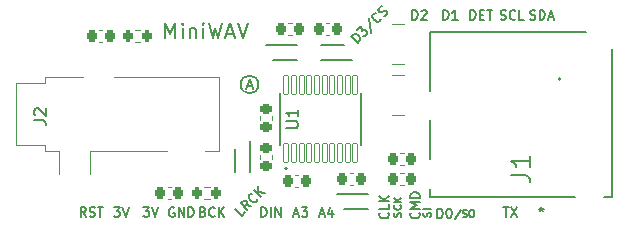
<source format=gto>
G04 #@! TF.GenerationSoftware,KiCad,Pcbnew,7.0.1*
G04 #@! TF.CreationDate,2023-08-17T16:00:53-05:00*
G04 #@! TF.ProjectId,MiniWAV,4d696e69-5741-4562-9e6b-696361645f70,A*
G04 #@! TF.SameCoordinates,Original*
G04 #@! TF.FileFunction,Legend,Top*
G04 #@! TF.FilePolarity,Positive*
%FSLAX46Y46*%
G04 Gerber Fmt 4.6, Leading zero omitted, Abs format (unit mm)*
G04 Created by KiCad (PCBNEW 7.0.1) date 2023-08-17 16:00:53*
%MOMM*%
%LPD*%
G01*
G04 APERTURE LIST*
G04 Aperture macros list*
%AMRoundRect*
0 Rectangle with rounded corners*
0 $1 Rounding radius*
0 $2 $3 $4 $5 $6 $7 $8 $9 X,Y pos of 4 corners*
0 Add a 4 corners polygon primitive as box body*
4,1,4,$2,$3,$4,$5,$6,$7,$8,$9,$2,$3,0*
0 Add four circle primitives for the rounded corners*
1,1,$1+$1,$2,$3*
1,1,$1+$1,$4,$5*
1,1,$1+$1,$6,$7*
1,1,$1+$1,$8,$9*
0 Add four rect primitives between the rounded corners*
20,1,$1+$1,$2,$3,$4,$5,0*
20,1,$1+$1,$4,$5,$6,$7,0*
20,1,$1+$1,$6,$7,$8,$9,0*
20,1,$1+$1,$8,$9,$2,$3,0*%
G04 Aperture macros list end*
%ADD10C,0.150000*%
%ADD11C,0.190500*%
%ADD12C,0.120000*%
%ADD13C,0.200000*%
%ADD14C,0.127000*%
%ADD15RoundRect,0.225000X0.225000X0.250000X-0.225000X0.250000X-0.225000X-0.250000X0.225000X-0.250000X0*%
%ADD16RoundRect,0.225000X-0.250000X0.225000X-0.250000X-0.225000X0.250000X-0.225000X0.250000X0.225000X0*%
%ADD17R,1.450000X0.950000*%
%ADD18RoundRect,0.020500X0.184500X-0.764500X0.184500X0.764500X-0.184500X0.764500X-0.184500X-0.764500X0*%
%ADD19RoundRect,0.200000X0.200000X0.275000X-0.200000X0.275000X-0.200000X-0.275000X0.200000X-0.275000X0*%
%ADD20R,2.000000X0.800000*%
%ADD21R,1.400000X1.800000*%
%ADD22R,1.900000X1.400000*%
%ADD23RoundRect,0.225000X0.250000X-0.225000X0.250000X0.225000X-0.250000X0.225000X-0.250000X-0.225000X0*%
%ADD24R,0.950000X1.450000*%
%ADD25C,1.700000*%
%ADD26R,2.200000X2.800000*%
%ADD27R,2.800000X2.800000*%
%ADD28R,0.800000X0.500000*%
%ADD29R,0.800000X0.400000*%
%ADD30C,2.286000*%
%ADD31O,1.700000X1.700000*%
%ADD32C,4.500000*%
G04 APERTURE END LIST*
D10*
X140150000Y-95805000D02*
G75*
G03*
X140150000Y-95805000I-750000J0D01*
G01*
X125547619Y-107007095D02*
X125280952Y-106626142D01*
X125090476Y-107007095D02*
X125090476Y-106207095D01*
X125090476Y-106207095D02*
X125395238Y-106207095D01*
X125395238Y-106207095D02*
X125471428Y-106245190D01*
X125471428Y-106245190D02*
X125509523Y-106283285D01*
X125509523Y-106283285D02*
X125547619Y-106359476D01*
X125547619Y-106359476D02*
X125547619Y-106473761D01*
X125547619Y-106473761D02*
X125509523Y-106549952D01*
X125509523Y-106549952D02*
X125471428Y-106588047D01*
X125471428Y-106588047D02*
X125395238Y-106626142D01*
X125395238Y-106626142D02*
X125090476Y-106626142D01*
X125852380Y-106969000D02*
X125966666Y-107007095D01*
X125966666Y-107007095D02*
X126157142Y-107007095D01*
X126157142Y-107007095D02*
X126233333Y-106969000D01*
X126233333Y-106969000D02*
X126271428Y-106930904D01*
X126271428Y-106930904D02*
X126309523Y-106854714D01*
X126309523Y-106854714D02*
X126309523Y-106778523D01*
X126309523Y-106778523D02*
X126271428Y-106702333D01*
X126271428Y-106702333D02*
X126233333Y-106664238D01*
X126233333Y-106664238D02*
X126157142Y-106626142D01*
X126157142Y-106626142D02*
X126004761Y-106588047D01*
X126004761Y-106588047D02*
X125928571Y-106549952D01*
X125928571Y-106549952D02*
X125890476Y-106511857D01*
X125890476Y-106511857D02*
X125852380Y-106435666D01*
X125852380Y-106435666D02*
X125852380Y-106359476D01*
X125852380Y-106359476D02*
X125890476Y-106283285D01*
X125890476Y-106283285D02*
X125928571Y-106245190D01*
X125928571Y-106245190D02*
X126004761Y-106207095D01*
X126004761Y-106207095D02*
X126195238Y-106207095D01*
X126195238Y-106207095D02*
X126309523Y-106245190D01*
X126538095Y-106207095D02*
X126995238Y-106207095D01*
X126766666Y-107007095D02*
X126766666Y-106207095D01*
X151125904Y-106657380D02*
X151164000Y-106695476D01*
X151164000Y-106695476D02*
X151202095Y-106809761D01*
X151202095Y-106809761D02*
X151202095Y-106885952D01*
X151202095Y-106885952D02*
X151164000Y-107000238D01*
X151164000Y-107000238D02*
X151087809Y-107076428D01*
X151087809Y-107076428D02*
X151011619Y-107114523D01*
X151011619Y-107114523D02*
X150859238Y-107152619D01*
X150859238Y-107152619D02*
X150744952Y-107152619D01*
X150744952Y-107152619D02*
X150592571Y-107114523D01*
X150592571Y-107114523D02*
X150516380Y-107076428D01*
X150516380Y-107076428D02*
X150440190Y-107000238D01*
X150440190Y-107000238D02*
X150402095Y-106885952D01*
X150402095Y-106885952D02*
X150402095Y-106809761D01*
X150402095Y-106809761D02*
X150440190Y-106695476D01*
X150440190Y-106695476D02*
X150478285Y-106657380D01*
X151202095Y-105933571D02*
X151202095Y-106314523D01*
X151202095Y-106314523D02*
X150402095Y-106314523D01*
X151202095Y-105666904D02*
X150402095Y-105666904D01*
X151202095Y-105209761D02*
X150744952Y-105552619D01*
X150402095Y-105209761D02*
X150859238Y-105666904D01*
X127914285Y-106207095D02*
X128409523Y-106207095D01*
X128409523Y-106207095D02*
X128142857Y-106511857D01*
X128142857Y-106511857D02*
X128257142Y-106511857D01*
X128257142Y-106511857D02*
X128333333Y-106549952D01*
X128333333Y-106549952D02*
X128371428Y-106588047D01*
X128371428Y-106588047D02*
X128409523Y-106664238D01*
X128409523Y-106664238D02*
X128409523Y-106854714D01*
X128409523Y-106854714D02*
X128371428Y-106930904D01*
X128371428Y-106930904D02*
X128333333Y-106969000D01*
X128333333Y-106969000D02*
X128257142Y-107007095D01*
X128257142Y-107007095D02*
X128028571Y-107007095D01*
X128028571Y-107007095D02*
X127952380Y-106969000D01*
X127952380Y-106969000D02*
X127914285Y-106930904D01*
X128638095Y-106207095D02*
X128904762Y-107007095D01*
X128904762Y-107007095D02*
X129171428Y-106207095D01*
X140390476Y-107007095D02*
X140390476Y-106207095D01*
X140390476Y-106207095D02*
X140580952Y-106207095D01*
X140580952Y-106207095D02*
X140695238Y-106245190D01*
X140695238Y-106245190D02*
X140771428Y-106321380D01*
X140771428Y-106321380D02*
X140809523Y-106397571D01*
X140809523Y-106397571D02*
X140847619Y-106549952D01*
X140847619Y-106549952D02*
X140847619Y-106664238D01*
X140847619Y-106664238D02*
X140809523Y-106816619D01*
X140809523Y-106816619D02*
X140771428Y-106892809D01*
X140771428Y-106892809D02*
X140695238Y-106969000D01*
X140695238Y-106969000D02*
X140580952Y-107007095D01*
X140580952Y-107007095D02*
X140390476Y-107007095D01*
X141190476Y-107007095D02*
X141190476Y-106207095D01*
X141571428Y-107007095D02*
X141571428Y-106207095D01*
X141571428Y-106207095D02*
X142028571Y-107007095D01*
X142028571Y-107007095D02*
X142028571Y-106207095D01*
D11*
X132283094Y-91892526D02*
X132283094Y-90622526D01*
X132283094Y-90622526D02*
X132706428Y-91529669D01*
X132706428Y-91529669D02*
X133129761Y-90622526D01*
X133129761Y-90622526D02*
X133129761Y-91892526D01*
X133734523Y-91892526D02*
X133734523Y-91045859D01*
X133734523Y-90622526D02*
X133674047Y-90683002D01*
X133674047Y-90683002D02*
X133734523Y-90743478D01*
X133734523Y-90743478D02*
X133795000Y-90683002D01*
X133795000Y-90683002D02*
X133734523Y-90622526D01*
X133734523Y-90622526D02*
X133734523Y-90743478D01*
X134339285Y-91045859D02*
X134339285Y-91892526D01*
X134339285Y-91166811D02*
X134399762Y-91106335D01*
X134399762Y-91106335D02*
X134520714Y-91045859D01*
X134520714Y-91045859D02*
X134702143Y-91045859D01*
X134702143Y-91045859D02*
X134823095Y-91106335D01*
X134823095Y-91106335D02*
X134883571Y-91227288D01*
X134883571Y-91227288D02*
X134883571Y-91892526D01*
X135488333Y-91892526D02*
X135488333Y-91045859D01*
X135488333Y-90622526D02*
X135427857Y-90683002D01*
X135427857Y-90683002D02*
X135488333Y-90743478D01*
X135488333Y-90743478D02*
X135548810Y-90683002D01*
X135548810Y-90683002D02*
X135488333Y-90622526D01*
X135488333Y-90622526D02*
X135488333Y-90743478D01*
X135972143Y-90622526D02*
X136274524Y-91892526D01*
X136274524Y-91892526D02*
X136516429Y-90985383D01*
X136516429Y-90985383D02*
X136758334Y-91892526D01*
X136758334Y-91892526D02*
X137060715Y-90622526D01*
X137484048Y-91529669D02*
X138088810Y-91529669D01*
X137363096Y-91892526D02*
X137786429Y-90622526D01*
X137786429Y-90622526D02*
X138209763Y-91892526D01*
X138451667Y-90622526D02*
X138875000Y-91892526D01*
X138875000Y-91892526D02*
X139298334Y-90622526D01*
D10*
X153725904Y-106657380D02*
X153764000Y-106695476D01*
X153764000Y-106695476D02*
X153802095Y-106809761D01*
X153802095Y-106809761D02*
X153802095Y-106885952D01*
X153802095Y-106885952D02*
X153764000Y-107000238D01*
X153764000Y-107000238D02*
X153687809Y-107076428D01*
X153687809Y-107076428D02*
X153611619Y-107114523D01*
X153611619Y-107114523D02*
X153459238Y-107152619D01*
X153459238Y-107152619D02*
X153344952Y-107152619D01*
X153344952Y-107152619D02*
X153192571Y-107114523D01*
X153192571Y-107114523D02*
X153116380Y-107076428D01*
X153116380Y-107076428D02*
X153040190Y-107000238D01*
X153040190Y-107000238D02*
X153002095Y-106885952D01*
X153002095Y-106885952D02*
X153002095Y-106809761D01*
X153002095Y-106809761D02*
X153040190Y-106695476D01*
X153040190Y-106695476D02*
X153078285Y-106657380D01*
X153802095Y-106314523D02*
X153002095Y-106314523D01*
X153002095Y-106314523D02*
X153573523Y-106047857D01*
X153573523Y-106047857D02*
X153002095Y-105781190D01*
X153002095Y-105781190D02*
X153802095Y-105781190D01*
X153802095Y-105400237D02*
X153002095Y-105400237D01*
X153002095Y-105400237D02*
X153002095Y-105209761D01*
X153002095Y-105209761D02*
X153040190Y-105095475D01*
X153040190Y-105095475D02*
X153116380Y-105019285D01*
X153116380Y-105019285D02*
X153192571Y-104981190D01*
X153192571Y-104981190D02*
X153344952Y-104943094D01*
X153344952Y-104943094D02*
X153459238Y-104943094D01*
X153459238Y-104943094D02*
X153611619Y-104981190D01*
X153611619Y-104981190D02*
X153687809Y-105019285D01*
X153687809Y-105019285D02*
X153764000Y-105095475D01*
X153764000Y-105095475D02*
X153802095Y-105209761D01*
X153802095Y-105209761D02*
X153802095Y-105400237D01*
X164104761Y-106207095D02*
X164104761Y-106397571D01*
X163914285Y-106321380D02*
X164104761Y-106397571D01*
X164104761Y-106397571D02*
X164295238Y-106321380D01*
X163990476Y-106549952D02*
X164104761Y-106397571D01*
X164104761Y-106397571D02*
X164219047Y-106549952D01*
X139209523Y-95946523D02*
X139590476Y-95946523D01*
X139133333Y-96175095D02*
X139400000Y-95375095D01*
X139400000Y-95375095D02*
X139666666Y-96175095D01*
X135457142Y-106588047D02*
X135571428Y-106626142D01*
X135571428Y-106626142D02*
X135609523Y-106664238D01*
X135609523Y-106664238D02*
X135647619Y-106740428D01*
X135647619Y-106740428D02*
X135647619Y-106854714D01*
X135647619Y-106854714D02*
X135609523Y-106930904D01*
X135609523Y-106930904D02*
X135571428Y-106969000D01*
X135571428Y-106969000D02*
X135495238Y-107007095D01*
X135495238Y-107007095D02*
X135190476Y-107007095D01*
X135190476Y-107007095D02*
X135190476Y-106207095D01*
X135190476Y-106207095D02*
X135457142Y-106207095D01*
X135457142Y-106207095D02*
X135533333Y-106245190D01*
X135533333Y-106245190D02*
X135571428Y-106283285D01*
X135571428Y-106283285D02*
X135609523Y-106359476D01*
X135609523Y-106359476D02*
X135609523Y-106435666D01*
X135609523Y-106435666D02*
X135571428Y-106511857D01*
X135571428Y-106511857D02*
X135533333Y-106549952D01*
X135533333Y-106549952D02*
X135457142Y-106588047D01*
X135457142Y-106588047D02*
X135190476Y-106588047D01*
X136447619Y-106930904D02*
X136409523Y-106969000D01*
X136409523Y-106969000D02*
X136295238Y-107007095D01*
X136295238Y-107007095D02*
X136219047Y-107007095D01*
X136219047Y-107007095D02*
X136104761Y-106969000D01*
X136104761Y-106969000D02*
X136028571Y-106892809D01*
X136028571Y-106892809D02*
X135990476Y-106816619D01*
X135990476Y-106816619D02*
X135952380Y-106664238D01*
X135952380Y-106664238D02*
X135952380Y-106549952D01*
X135952380Y-106549952D02*
X135990476Y-106397571D01*
X135990476Y-106397571D02*
X136028571Y-106321380D01*
X136028571Y-106321380D02*
X136104761Y-106245190D01*
X136104761Y-106245190D02*
X136219047Y-106207095D01*
X136219047Y-106207095D02*
X136295238Y-106207095D01*
X136295238Y-106207095D02*
X136409523Y-106245190D01*
X136409523Y-106245190D02*
X136447619Y-106283285D01*
X136790476Y-107007095D02*
X136790476Y-106207095D01*
X137247619Y-107007095D02*
X136904761Y-106549952D01*
X137247619Y-106207095D02*
X136790476Y-106664238D01*
X163152380Y-90269000D02*
X163266666Y-90307095D01*
X163266666Y-90307095D02*
X163457142Y-90307095D01*
X163457142Y-90307095D02*
X163533333Y-90269000D01*
X163533333Y-90269000D02*
X163571428Y-90230904D01*
X163571428Y-90230904D02*
X163609523Y-90154714D01*
X163609523Y-90154714D02*
X163609523Y-90078523D01*
X163609523Y-90078523D02*
X163571428Y-90002333D01*
X163571428Y-90002333D02*
X163533333Y-89964238D01*
X163533333Y-89964238D02*
X163457142Y-89926142D01*
X163457142Y-89926142D02*
X163304761Y-89888047D01*
X163304761Y-89888047D02*
X163228571Y-89849952D01*
X163228571Y-89849952D02*
X163190476Y-89811857D01*
X163190476Y-89811857D02*
X163152380Y-89735666D01*
X163152380Y-89735666D02*
X163152380Y-89659476D01*
X163152380Y-89659476D02*
X163190476Y-89583285D01*
X163190476Y-89583285D02*
X163228571Y-89545190D01*
X163228571Y-89545190D02*
X163304761Y-89507095D01*
X163304761Y-89507095D02*
X163495238Y-89507095D01*
X163495238Y-89507095D02*
X163609523Y-89545190D01*
X163952381Y-90307095D02*
X163952381Y-89507095D01*
X163952381Y-89507095D02*
X164142857Y-89507095D01*
X164142857Y-89507095D02*
X164257143Y-89545190D01*
X164257143Y-89545190D02*
X164333333Y-89621380D01*
X164333333Y-89621380D02*
X164371428Y-89697571D01*
X164371428Y-89697571D02*
X164409524Y-89849952D01*
X164409524Y-89849952D02*
X164409524Y-89964238D01*
X164409524Y-89964238D02*
X164371428Y-90116619D01*
X164371428Y-90116619D02*
X164333333Y-90192809D01*
X164333333Y-90192809D02*
X164257143Y-90269000D01*
X164257143Y-90269000D02*
X164142857Y-90307095D01*
X164142857Y-90307095D02*
X163952381Y-90307095D01*
X164714285Y-90078523D02*
X165095238Y-90078523D01*
X164638095Y-90307095D02*
X164904762Y-89507095D01*
X164904762Y-89507095D02*
X165171428Y-90307095D01*
X133009523Y-106245190D02*
X132933333Y-106207095D01*
X132933333Y-106207095D02*
X132819047Y-106207095D01*
X132819047Y-106207095D02*
X132704761Y-106245190D01*
X132704761Y-106245190D02*
X132628571Y-106321380D01*
X132628571Y-106321380D02*
X132590476Y-106397571D01*
X132590476Y-106397571D02*
X132552380Y-106549952D01*
X132552380Y-106549952D02*
X132552380Y-106664238D01*
X132552380Y-106664238D02*
X132590476Y-106816619D01*
X132590476Y-106816619D02*
X132628571Y-106892809D01*
X132628571Y-106892809D02*
X132704761Y-106969000D01*
X132704761Y-106969000D02*
X132819047Y-107007095D01*
X132819047Y-107007095D02*
X132895238Y-107007095D01*
X132895238Y-107007095D02*
X133009523Y-106969000D01*
X133009523Y-106969000D02*
X133047619Y-106930904D01*
X133047619Y-106930904D02*
X133047619Y-106664238D01*
X133047619Y-106664238D02*
X132895238Y-106664238D01*
X133390476Y-107007095D02*
X133390476Y-106207095D01*
X133390476Y-106207095D02*
X133847619Y-107007095D01*
X133847619Y-107007095D02*
X133847619Y-106207095D01*
X134228571Y-107007095D02*
X134228571Y-106207095D01*
X134228571Y-106207095D02*
X134419047Y-106207095D01*
X134419047Y-106207095D02*
X134533333Y-106245190D01*
X134533333Y-106245190D02*
X134609523Y-106321380D01*
X134609523Y-106321380D02*
X134647618Y-106397571D01*
X134647618Y-106397571D02*
X134685714Y-106549952D01*
X134685714Y-106549952D02*
X134685714Y-106664238D01*
X134685714Y-106664238D02*
X134647618Y-106816619D01*
X134647618Y-106816619D02*
X134609523Y-106892809D01*
X134609523Y-106892809D02*
X134533333Y-106969000D01*
X134533333Y-106969000D02*
X134419047Y-107007095D01*
X134419047Y-107007095D02*
X134228571Y-107007095D01*
X158090476Y-90307095D02*
X158090476Y-89507095D01*
X158090476Y-89507095D02*
X158280952Y-89507095D01*
X158280952Y-89507095D02*
X158395238Y-89545190D01*
X158395238Y-89545190D02*
X158471428Y-89621380D01*
X158471428Y-89621380D02*
X158509523Y-89697571D01*
X158509523Y-89697571D02*
X158547619Y-89849952D01*
X158547619Y-89849952D02*
X158547619Y-89964238D01*
X158547619Y-89964238D02*
X158509523Y-90116619D01*
X158509523Y-90116619D02*
X158471428Y-90192809D01*
X158471428Y-90192809D02*
X158395238Y-90269000D01*
X158395238Y-90269000D02*
X158280952Y-90307095D01*
X158280952Y-90307095D02*
X158090476Y-90307095D01*
X158890476Y-89888047D02*
X159157142Y-89888047D01*
X159271428Y-90307095D02*
X158890476Y-90307095D01*
X158890476Y-90307095D02*
X158890476Y-89507095D01*
X158890476Y-89507095D02*
X159271428Y-89507095D01*
X159500000Y-89507095D02*
X159957143Y-89507095D01*
X159728571Y-90307095D02*
X159728571Y-89507095D01*
X155790476Y-90307095D02*
X155790476Y-89507095D01*
X155790476Y-89507095D02*
X155980952Y-89507095D01*
X155980952Y-89507095D02*
X156095238Y-89545190D01*
X156095238Y-89545190D02*
X156171428Y-89621380D01*
X156171428Y-89621380D02*
X156209523Y-89697571D01*
X156209523Y-89697571D02*
X156247619Y-89849952D01*
X156247619Y-89849952D02*
X156247619Y-89964238D01*
X156247619Y-89964238D02*
X156209523Y-90116619D01*
X156209523Y-90116619D02*
X156171428Y-90192809D01*
X156171428Y-90192809D02*
X156095238Y-90269000D01*
X156095238Y-90269000D02*
X155980952Y-90307095D01*
X155980952Y-90307095D02*
X155790476Y-90307095D01*
X157009523Y-90307095D02*
X156552380Y-90307095D01*
X156780952Y-90307095D02*
X156780952Y-89507095D01*
X156780952Y-89507095D02*
X156704761Y-89621380D01*
X156704761Y-89621380D02*
X156628571Y-89697571D01*
X156628571Y-89697571D02*
X156552380Y-89735666D01*
X130414285Y-106207095D02*
X130909523Y-106207095D01*
X130909523Y-106207095D02*
X130642857Y-106511857D01*
X130642857Y-106511857D02*
X130757142Y-106511857D01*
X130757142Y-106511857D02*
X130833333Y-106549952D01*
X130833333Y-106549952D02*
X130871428Y-106588047D01*
X130871428Y-106588047D02*
X130909523Y-106664238D01*
X130909523Y-106664238D02*
X130909523Y-106854714D01*
X130909523Y-106854714D02*
X130871428Y-106930904D01*
X130871428Y-106930904D02*
X130833333Y-106969000D01*
X130833333Y-106969000D02*
X130757142Y-107007095D01*
X130757142Y-107007095D02*
X130528571Y-107007095D01*
X130528571Y-107007095D02*
X130452380Y-106969000D01*
X130452380Y-106969000D02*
X130414285Y-106930904D01*
X131138095Y-106207095D02*
X131404762Y-107007095D01*
X131404762Y-107007095D02*
X131671428Y-106207095D01*
X155290476Y-107107095D02*
X155290476Y-106307095D01*
X155290476Y-106307095D02*
X155480952Y-106307095D01*
X155480952Y-106307095D02*
X155595238Y-106345190D01*
X155595238Y-106345190D02*
X155671428Y-106421380D01*
X155671428Y-106421380D02*
X155709523Y-106497571D01*
X155709523Y-106497571D02*
X155747619Y-106649952D01*
X155747619Y-106649952D02*
X155747619Y-106764238D01*
X155747619Y-106764238D02*
X155709523Y-106916619D01*
X155709523Y-106916619D02*
X155671428Y-106992809D01*
X155671428Y-106992809D02*
X155595238Y-107069000D01*
X155595238Y-107069000D02*
X155480952Y-107107095D01*
X155480952Y-107107095D02*
X155290476Y-107107095D01*
X156242857Y-106307095D02*
X156319047Y-106307095D01*
X156319047Y-106307095D02*
X156395238Y-106345190D01*
X156395238Y-106345190D02*
X156433333Y-106383285D01*
X156433333Y-106383285D02*
X156471428Y-106459476D01*
X156471428Y-106459476D02*
X156509523Y-106611857D01*
X156509523Y-106611857D02*
X156509523Y-106802333D01*
X156509523Y-106802333D02*
X156471428Y-106954714D01*
X156471428Y-106954714D02*
X156433333Y-107030904D01*
X156433333Y-107030904D02*
X156395238Y-107069000D01*
X156395238Y-107069000D02*
X156319047Y-107107095D01*
X156319047Y-107107095D02*
X156242857Y-107107095D01*
X156242857Y-107107095D02*
X156166666Y-107069000D01*
X156166666Y-107069000D02*
X156128571Y-107030904D01*
X156128571Y-107030904D02*
X156090476Y-106954714D01*
X156090476Y-106954714D02*
X156052380Y-106802333D01*
X156052380Y-106802333D02*
X156052380Y-106611857D01*
X156052380Y-106611857D02*
X156090476Y-106459476D01*
X156090476Y-106459476D02*
X156128571Y-106383285D01*
X156128571Y-106383285D02*
X156166666Y-106345190D01*
X156166666Y-106345190D02*
X156242857Y-106307095D01*
X152198000Y-106990714D02*
X152226571Y-106905000D01*
X152226571Y-106905000D02*
X152226571Y-106762142D01*
X152226571Y-106762142D02*
X152198000Y-106705000D01*
X152198000Y-106705000D02*
X152169428Y-106676428D01*
X152169428Y-106676428D02*
X152112285Y-106647857D01*
X152112285Y-106647857D02*
X152055142Y-106647857D01*
X152055142Y-106647857D02*
X151998000Y-106676428D01*
X151998000Y-106676428D02*
X151969428Y-106705000D01*
X151969428Y-106705000D02*
X151940857Y-106762142D01*
X151940857Y-106762142D02*
X151912285Y-106876428D01*
X151912285Y-106876428D02*
X151883714Y-106933571D01*
X151883714Y-106933571D02*
X151855142Y-106962142D01*
X151855142Y-106962142D02*
X151798000Y-106990714D01*
X151798000Y-106990714D02*
X151740857Y-106990714D01*
X151740857Y-106990714D02*
X151683714Y-106962142D01*
X151683714Y-106962142D02*
X151655142Y-106933571D01*
X151655142Y-106933571D02*
X151626571Y-106876428D01*
X151626571Y-106876428D02*
X151626571Y-106733571D01*
X151626571Y-106733571D02*
X151655142Y-106647857D01*
X152169428Y-106047856D02*
X152198000Y-106076428D01*
X152198000Y-106076428D02*
X152226571Y-106162142D01*
X152226571Y-106162142D02*
X152226571Y-106219285D01*
X152226571Y-106219285D02*
X152198000Y-106304999D01*
X152198000Y-106304999D02*
X152140857Y-106362142D01*
X152140857Y-106362142D02*
X152083714Y-106390713D01*
X152083714Y-106390713D02*
X151969428Y-106419285D01*
X151969428Y-106419285D02*
X151883714Y-106419285D01*
X151883714Y-106419285D02*
X151769428Y-106390713D01*
X151769428Y-106390713D02*
X151712285Y-106362142D01*
X151712285Y-106362142D02*
X151655142Y-106304999D01*
X151655142Y-106304999D02*
X151626571Y-106219285D01*
X151626571Y-106219285D02*
X151626571Y-106162142D01*
X151626571Y-106162142D02*
X151655142Y-106076428D01*
X151655142Y-106076428D02*
X151683714Y-106047856D01*
X152226571Y-105790713D02*
X151626571Y-105790713D01*
X152226571Y-105447856D02*
X151883714Y-105704999D01*
X151626571Y-105447856D02*
X151969428Y-105790713D01*
X154698000Y-106990714D02*
X154726571Y-106905000D01*
X154726571Y-106905000D02*
X154726571Y-106762142D01*
X154726571Y-106762142D02*
X154698000Y-106705000D01*
X154698000Y-106705000D02*
X154669428Y-106676428D01*
X154669428Y-106676428D02*
X154612285Y-106647857D01*
X154612285Y-106647857D02*
X154555142Y-106647857D01*
X154555142Y-106647857D02*
X154498000Y-106676428D01*
X154498000Y-106676428D02*
X154469428Y-106705000D01*
X154469428Y-106705000D02*
X154440857Y-106762142D01*
X154440857Y-106762142D02*
X154412285Y-106876428D01*
X154412285Y-106876428D02*
X154383714Y-106933571D01*
X154383714Y-106933571D02*
X154355142Y-106962142D01*
X154355142Y-106962142D02*
X154298000Y-106990714D01*
X154298000Y-106990714D02*
X154240857Y-106990714D01*
X154240857Y-106990714D02*
X154183714Y-106962142D01*
X154183714Y-106962142D02*
X154155142Y-106933571D01*
X154155142Y-106933571D02*
X154126571Y-106876428D01*
X154126571Y-106876428D02*
X154126571Y-106733571D01*
X154126571Y-106733571D02*
X154155142Y-106647857D01*
X154726571Y-106390713D02*
X154126571Y-106390713D01*
X160652380Y-90269000D02*
X160766666Y-90307095D01*
X160766666Y-90307095D02*
X160957142Y-90307095D01*
X160957142Y-90307095D02*
X161033333Y-90269000D01*
X161033333Y-90269000D02*
X161071428Y-90230904D01*
X161071428Y-90230904D02*
X161109523Y-90154714D01*
X161109523Y-90154714D02*
X161109523Y-90078523D01*
X161109523Y-90078523D02*
X161071428Y-90002333D01*
X161071428Y-90002333D02*
X161033333Y-89964238D01*
X161033333Y-89964238D02*
X160957142Y-89926142D01*
X160957142Y-89926142D02*
X160804761Y-89888047D01*
X160804761Y-89888047D02*
X160728571Y-89849952D01*
X160728571Y-89849952D02*
X160690476Y-89811857D01*
X160690476Y-89811857D02*
X160652380Y-89735666D01*
X160652380Y-89735666D02*
X160652380Y-89659476D01*
X160652380Y-89659476D02*
X160690476Y-89583285D01*
X160690476Y-89583285D02*
X160728571Y-89545190D01*
X160728571Y-89545190D02*
X160804761Y-89507095D01*
X160804761Y-89507095D02*
X160995238Y-89507095D01*
X160995238Y-89507095D02*
X161109523Y-89545190D01*
X161909524Y-90230904D02*
X161871428Y-90269000D01*
X161871428Y-90269000D02*
X161757143Y-90307095D01*
X161757143Y-90307095D02*
X161680952Y-90307095D01*
X161680952Y-90307095D02*
X161566666Y-90269000D01*
X161566666Y-90269000D02*
X161490476Y-90192809D01*
X161490476Y-90192809D02*
X161452381Y-90116619D01*
X161452381Y-90116619D02*
X161414285Y-89964238D01*
X161414285Y-89964238D02*
X161414285Y-89849952D01*
X161414285Y-89849952D02*
X161452381Y-89697571D01*
X161452381Y-89697571D02*
X161490476Y-89621380D01*
X161490476Y-89621380D02*
X161566666Y-89545190D01*
X161566666Y-89545190D02*
X161680952Y-89507095D01*
X161680952Y-89507095D02*
X161757143Y-89507095D01*
X161757143Y-89507095D02*
X161871428Y-89545190D01*
X161871428Y-89545190D02*
X161909524Y-89583285D01*
X162633333Y-90307095D02*
X162252381Y-90307095D01*
X162252381Y-90307095D02*
X162252381Y-89507095D01*
X160876190Y-106207095D02*
X161333333Y-106207095D01*
X161104761Y-107007095D02*
X161104761Y-106207095D01*
X161523809Y-106207095D02*
X162057143Y-107007095D01*
X162057143Y-106207095D02*
X161523809Y-107007095D01*
X157271428Y-106403000D02*
X156757142Y-107174428D01*
X157442856Y-107003000D02*
X157528571Y-107031571D01*
X157528571Y-107031571D02*
X157671428Y-107031571D01*
X157671428Y-107031571D02*
X157728571Y-107003000D01*
X157728571Y-107003000D02*
X157757142Y-106974428D01*
X157757142Y-106974428D02*
X157785713Y-106917285D01*
X157785713Y-106917285D02*
X157785713Y-106860142D01*
X157785713Y-106860142D02*
X157757142Y-106803000D01*
X157757142Y-106803000D02*
X157728571Y-106774428D01*
X157728571Y-106774428D02*
X157671428Y-106745857D01*
X157671428Y-106745857D02*
X157557142Y-106717285D01*
X157557142Y-106717285D02*
X157499999Y-106688714D01*
X157499999Y-106688714D02*
X157471428Y-106660142D01*
X157471428Y-106660142D02*
X157442856Y-106603000D01*
X157442856Y-106603000D02*
X157442856Y-106545857D01*
X157442856Y-106545857D02*
X157471428Y-106488714D01*
X157471428Y-106488714D02*
X157499999Y-106460142D01*
X157499999Y-106460142D02*
X157557142Y-106431571D01*
X157557142Y-106431571D02*
X157699999Y-106431571D01*
X157699999Y-106431571D02*
X157785713Y-106460142D01*
X158157142Y-106431571D02*
X158271428Y-106431571D01*
X158271428Y-106431571D02*
X158328571Y-106460142D01*
X158328571Y-106460142D02*
X158385714Y-106517285D01*
X158385714Y-106517285D02*
X158414285Y-106631571D01*
X158414285Y-106631571D02*
X158414285Y-106831571D01*
X158414285Y-106831571D02*
X158385714Y-106945857D01*
X158385714Y-106945857D02*
X158328571Y-107003000D01*
X158328571Y-107003000D02*
X158271428Y-107031571D01*
X158271428Y-107031571D02*
X158157142Y-107031571D01*
X158157142Y-107031571D02*
X158100000Y-107003000D01*
X158100000Y-107003000D02*
X158042857Y-106945857D01*
X158042857Y-106945857D02*
X158014285Y-106831571D01*
X158014285Y-106831571D02*
X158014285Y-106631571D01*
X158014285Y-106631571D02*
X158042857Y-106517285D01*
X158042857Y-106517285D02*
X158100000Y-106460142D01*
X158100000Y-106460142D02*
X158157142Y-106431571D01*
X145352380Y-106778523D02*
X145733333Y-106778523D01*
X145276190Y-107007095D02*
X145542857Y-106207095D01*
X145542857Y-106207095D02*
X145809523Y-107007095D01*
X146419047Y-106473761D02*
X146419047Y-107007095D01*
X146228571Y-106169000D02*
X146038094Y-106740428D01*
X146038094Y-106740428D02*
X146533333Y-106740428D01*
X148565457Y-92301083D02*
X147999772Y-91735398D01*
X147999772Y-91735398D02*
X148134459Y-91600711D01*
X148134459Y-91600711D02*
X148242209Y-91546836D01*
X148242209Y-91546836D02*
X148349958Y-91546836D01*
X148349958Y-91546836D02*
X148430770Y-91573774D01*
X148430770Y-91573774D02*
X148565457Y-91654586D01*
X148565457Y-91654586D02*
X148646270Y-91735398D01*
X148646270Y-91735398D02*
X148727082Y-91870085D01*
X148727082Y-91870085D02*
X148754019Y-91950897D01*
X148754019Y-91950897D02*
X148754019Y-92058647D01*
X148754019Y-92058647D02*
X148700144Y-92166396D01*
X148700144Y-92166396D02*
X148565457Y-92301083D01*
X148511583Y-91223587D02*
X148861769Y-90873401D01*
X148861769Y-90873401D02*
X148888706Y-91277462D01*
X148888706Y-91277462D02*
X148969518Y-91196650D01*
X148969518Y-91196650D02*
X149050331Y-91169713D01*
X149050331Y-91169713D02*
X149104205Y-91169713D01*
X149104205Y-91169713D02*
X149185018Y-91196650D01*
X149185018Y-91196650D02*
X149319705Y-91331337D01*
X149319705Y-91331337D02*
X149346642Y-91412149D01*
X149346642Y-91412149D02*
X149346642Y-91466024D01*
X149346642Y-91466024D02*
X149319705Y-91546836D01*
X149319705Y-91546836D02*
X149158080Y-91708461D01*
X149158080Y-91708461D02*
X149077268Y-91735398D01*
X149077268Y-91735398D02*
X149023393Y-91735398D01*
X149481329Y-90199966D02*
X149723766Y-91412149D01*
X150531888Y-90226903D02*
X150531888Y-90280778D01*
X150531888Y-90280778D02*
X150478013Y-90388528D01*
X150478013Y-90388528D02*
X150424138Y-90442403D01*
X150424138Y-90442403D02*
X150316388Y-90496277D01*
X150316388Y-90496277D02*
X150208639Y-90496277D01*
X150208639Y-90496277D02*
X150127827Y-90469340D01*
X150127827Y-90469340D02*
X149993140Y-90388528D01*
X149993140Y-90388528D02*
X149912327Y-90307716D01*
X149912327Y-90307716D02*
X149831515Y-90173029D01*
X149831515Y-90173029D02*
X149804578Y-90092216D01*
X149804578Y-90092216D02*
X149804578Y-89984467D01*
X149804578Y-89984467D02*
X149858453Y-89876717D01*
X149858453Y-89876717D02*
X149912327Y-89822842D01*
X149912327Y-89822842D02*
X150020077Y-89768968D01*
X150020077Y-89768968D02*
X150073952Y-89768968D01*
X150774324Y-90038342D02*
X150882074Y-89984467D01*
X150882074Y-89984467D02*
X151016761Y-89849780D01*
X151016761Y-89849780D02*
X151043698Y-89768968D01*
X151043698Y-89768968D02*
X151043698Y-89715093D01*
X151043698Y-89715093D02*
X151016761Y-89634281D01*
X151016761Y-89634281D02*
X150962886Y-89580406D01*
X150962886Y-89580406D02*
X150882074Y-89553468D01*
X150882074Y-89553468D02*
X150828199Y-89553468D01*
X150828199Y-89553468D02*
X150747387Y-89580406D01*
X150747387Y-89580406D02*
X150612700Y-89661218D01*
X150612700Y-89661218D02*
X150531888Y-89688155D01*
X150531888Y-89688155D02*
X150478013Y-89688155D01*
X150478013Y-89688155D02*
X150397201Y-89661218D01*
X150397201Y-89661218D02*
X150343326Y-89607343D01*
X150343326Y-89607343D02*
X150316388Y-89526531D01*
X150316388Y-89526531D02*
X150316388Y-89472656D01*
X150316388Y-89472656D02*
X150343326Y-89391844D01*
X150343326Y-89391844D02*
X150478013Y-89257157D01*
X150478013Y-89257157D02*
X150585762Y-89203282D01*
X153190476Y-90307095D02*
X153190476Y-89507095D01*
X153190476Y-89507095D02*
X153380952Y-89507095D01*
X153380952Y-89507095D02*
X153495238Y-89545190D01*
X153495238Y-89545190D02*
X153571428Y-89621380D01*
X153571428Y-89621380D02*
X153609523Y-89697571D01*
X153609523Y-89697571D02*
X153647619Y-89849952D01*
X153647619Y-89849952D02*
X153647619Y-89964238D01*
X153647619Y-89964238D02*
X153609523Y-90116619D01*
X153609523Y-90116619D02*
X153571428Y-90192809D01*
X153571428Y-90192809D02*
X153495238Y-90269000D01*
X153495238Y-90269000D02*
X153380952Y-90307095D01*
X153380952Y-90307095D02*
X153190476Y-90307095D01*
X153952380Y-89583285D02*
X153990476Y-89545190D01*
X153990476Y-89545190D02*
X154066666Y-89507095D01*
X154066666Y-89507095D02*
X154257142Y-89507095D01*
X154257142Y-89507095D02*
X154333333Y-89545190D01*
X154333333Y-89545190D02*
X154371428Y-89583285D01*
X154371428Y-89583285D02*
X154409523Y-89659476D01*
X154409523Y-89659476D02*
X154409523Y-89735666D01*
X154409523Y-89735666D02*
X154371428Y-89849952D01*
X154371428Y-89849952D02*
X153914285Y-90307095D01*
X153914285Y-90307095D02*
X154409523Y-90307095D01*
X139034831Y-106631709D02*
X138765457Y-106901083D01*
X138765457Y-106901083D02*
X138199772Y-106335398D01*
X139546642Y-106119899D02*
X139088706Y-106039087D01*
X139223393Y-106443148D02*
X138657708Y-105877462D01*
X138657708Y-105877462D02*
X138873207Y-105661963D01*
X138873207Y-105661963D02*
X138954019Y-105635026D01*
X138954019Y-105635026D02*
X139007894Y-105635026D01*
X139007894Y-105635026D02*
X139088706Y-105661963D01*
X139088706Y-105661963D02*
X139169518Y-105742775D01*
X139169518Y-105742775D02*
X139196456Y-105823587D01*
X139196456Y-105823587D02*
X139196456Y-105877462D01*
X139196456Y-105877462D02*
X139169518Y-105958274D01*
X139169518Y-105958274D02*
X138954019Y-106173774D01*
X140058453Y-105500339D02*
X140058453Y-105554213D01*
X140058453Y-105554213D02*
X140004578Y-105661963D01*
X140004578Y-105661963D02*
X139950703Y-105715838D01*
X139950703Y-105715838D02*
X139842953Y-105769713D01*
X139842953Y-105769713D02*
X139735204Y-105769713D01*
X139735204Y-105769713D02*
X139654392Y-105742775D01*
X139654392Y-105742775D02*
X139519705Y-105661963D01*
X139519705Y-105661963D02*
X139438892Y-105581151D01*
X139438892Y-105581151D02*
X139358080Y-105446464D01*
X139358080Y-105446464D02*
X139331143Y-105365652D01*
X139331143Y-105365652D02*
X139331143Y-105257902D01*
X139331143Y-105257902D02*
X139385018Y-105150152D01*
X139385018Y-105150152D02*
X139438892Y-105096278D01*
X139438892Y-105096278D02*
X139546642Y-105042403D01*
X139546642Y-105042403D02*
X139600517Y-105042403D01*
X140354764Y-105311777D02*
X139789079Y-104746091D01*
X140678013Y-104988528D02*
X140112327Y-104907716D01*
X140112327Y-104422842D02*
X140112327Y-105069340D01*
X143152380Y-106778523D02*
X143533333Y-106778523D01*
X143076190Y-107007095D02*
X143342857Y-106207095D01*
X143342857Y-106207095D02*
X143609523Y-107007095D01*
X143799999Y-106207095D02*
X144295237Y-106207095D01*
X144295237Y-106207095D02*
X144028571Y-106511857D01*
X144028571Y-106511857D02*
X144142856Y-106511857D01*
X144142856Y-106511857D02*
X144219047Y-106549952D01*
X144219047Y-106549952D02*
X144257142Y-106588047D01*
X144257142Y-106588047D02*
X144295237Y-106664238D01*
X144295237Y-106664238D02*
X144295237Y-106854714D01*
X144295237Y-106854714D02*
X144257142Y-106930904D01*
X144257142Y-106930904D02*
X144219047Y-106969000D01*
X144219047Y-106969000D02*
X144142856Y-107007095D01*
X144142856Y-107007095D02*
X143914285Y-107007095D01*
X143914285Y-107007095D02*
X143838094Y-106969000D01*
X143838094Y-106969000D02*
X143799999Y-106930904D01*
X142487619Y-99496904D02*
X143297142Y-99496904D01*
X143297142Y-99496904D02*
X143392380Y-99449285D01*
X143392380Y-99449285D02*
X143440000Y-99401666D01*
X143440000Y-99401666D02*
X143487619Y-99306428D01*
X143487619Y-99306428D02*
X143487619Y-99115952D01*
X143487619Y-99115952D02*
X143440000Y-99020714D01*
X143440000Y-99020714D02*
X143392380Y-98973095D01*
X143392380Y-98973095D02*
X143297142Y-98925476D01*
X143297142Y-98925476D02*
X142487619Y-98925476D01*
X143487619Y-97925476D02*
X143487619Y-98496904D01*
X143487619Y-98211190D02*
X142487619Y-98211190D01*
X142487619Y-98211190D02*
X142630476Y-98306428D01*
X142630476Y-98306428D02*
X142725714Y-98401666D01*
X142725714Y-98401666D02*
X142773333Y-98496904D01*
X161539725Y-103438621D02*
X162683201Y-103438621D01*
X162683201Y-103438621D02*
X162911896Y-103514852D01*
X162911896Y-103514852D02*
X163064360Y-103667316D01*
X163064360Y-103667316D02*
X163140591Y-103896011D01*
X163140591Y-103896011D02*
X163140591Y-104048474D01*
X163140591Y-101837755D02*
X163140591Y-102752536D01*
X163140591Y-102295145D02*
X161539725Y-102295145D01*
X161539725Y-102295145D02*
X161768420Y-102447609D01*
X161768420Y-102447609D02*
X161920884Y-102600072D01*
X161920884Y-102600072D02*
X161997116Y-102752536D01*
X121162619Y-98838333D02*
X121876904Y-98838333D01*
X121876904Y-98838333D02*
X122019761Y-98885952D01*
X122019761Y-98885952D02*
X122115000Y-98981190D01*
X122115000Y-98981190D02*
X122162619Y-99124047D01*
X122162619Y-99124047D02*
X122162619Y-99219285D01*
X121257857Y-98409761D02*
X121210238Y-98362142D01*
X121210238Y-98362142D02*
X121162619Y-98266904D01*
X121162619Y-98266904D02*
X121162619Y-98028809D01*
X121162619Y-98028809D02*
X121210238Y-97933571D01*
X121210238Y-97933571D02*
X121257857Y-97885952D01*
X121257857Y-97885952D02*
X121353095Y-97838333D01*
X121353095Y-97838333D02*
X121448333Y-97838333D01*
X121448333Y-97838333D02*
X121591190Y-97885952D01*
X121591190Y-97885952D02*
X122162619Y-98457380D01*
X122162619Y-98457380D02*
X122162619Y-97838333D01*
D12*
X152440580Y-104315000D02*
X152159420Y-104315000D01*
X152440580Y-103295000D02*
X152159420Y-103295000D01*
X152440580Y-102615000D02*
X152159420Y-102615000D01*
X152440580Y-101595000D02*
X152159420Y-101595000D01*
X141335000Y-98494420D02*
X141335000Y-98775580D01*
X140315000Y-98494420D02*
X140315000Y-98775580D01*
D13*
X147425000Y-92480000D02*
X145425000Y-92480000D01*
X145425000Y-93730000D02*
X148050000Y-93730000D01*
D14*
X141975000Y-100935000D02*
X141975000Y-96535000D01*
X148875000Y-100935000D02*
X148875000Y-96535000D01*
D13*
X142600000Y-102925000D02*
G75*
G03*
X142600000Y-102925000I-100000J0D01*
G01*
D12*
X130137258Y-92227500D02*
X129662742Y-92227500D01*
X130137258Y-91182500D02*
X129662742Y-91182500D01*
D13*
X154650000Y-105345000D02*
X154650000Y-104618800D01*
X166925000Y-105345000D02*
X154650000Y-105345000D01*
X170100000Y-105345000D02*
X169425000Y-105345000D01*
X170100000Y-105345000D02*
X170100000Y-92795000D01*
X154650000Y-102155000D02*
X154650000Y-98802200D01*
X154650000Y-96363800D02*
X154650000Y-91345000D01*
X167925000Y-91345000D02*
X154650000Y-91345000D01*
X165725000Y-95345000D02*
G75*
G03*
X165725000Y-95345000I-100000J0D01*
G01*
D12*
X143540580Y-104515000D02*
X143259420Y-104515000D01*
X143540580Y-103495000D02*
X143259420Y-103495000D01*
X142965580Y-91615000D02*
X142684420Y-91615000D01*
X142965580Y-90595000D02*
X142684420Y-90595000D01*
X140315000Y-102075580D02*
X140315000Y-101794420D01*
X141335000Y-102075580D02*
X141335000Y-101794420D01*
X146165580Y-91615000D02*
X145884420Y-91615000D01*
X146165580Y-90595000D02*
X145884420Y-90595000D01*
D13*
X138200000Y-101235000D02*
X138200000Y-103235000D01*
X139450000Y-103235000D02*
X139450000Y-100610000D01*
D12*
X122100000Y-101405000D02*
X122100000Y-100905000D01*
X123300000Y-101405000D02*
X123300000Y-103405000D01*
X123300000Y-101405000D02*
X122100000Y-101405000D01*
X125900000Y-101405000D02*
X125900000Y-103405000D01*
X132400000Y-101405000D02*
X125900000Y-101405000D01*
X136800000Y-101405000D02*
X135600000Y-101405000D01*
X119600000Y-100905000D02*
X119600000Y-95705000D01*
X122100000Y-100905000D02*
X119600000Y-100905000D01*
X119600000Y-95705000D02*
X122100000Y-95705000D01*
X122100000Y-95705000D02*
X122100000Y-95205000D01*
X122100000Y-95205000D02*
X125300000Y-95205000D01*
X127900000Y-95205000D02*
X136800000Y-95205000D01*
X136800000Y-95205000D02*
X136800000Y-101405000D01*
X132740580Y-105515000D02*
X132459420Y-105515000D01*
X132740580Y-104495000D02*
X132459420Y-104495000D01*
X126940580Y-92215000D02*
X126659420Y-92215000D01*
X126940580Y-91195000D02*
X126659420Y-91195000D01*
D13*
X147425000Y-106360000D02*
X149425000Y-106360000D01*
X149425000Y-105110000D02*
X146800000Y-105110000D01*
X141425000Y-93730000D02*
X143425000Y-93730000D01*
X143425000Y-92480000D02*
X140800000Y-92480000D01*
D12*
X136012258Y-105527500D02*
X135537742Y-105527500D01*
X136012258Y-104482500D02*
X135537742Y-104482500D01*
X152500000Y-95025000D02*
X151500000Y-95025000D01*
X152500000Y-98385000D02*
X151500000Y-98385000D01*
X148165580Y-104345000D02*
X147884420Y-104345000D01*
X148165580Y-103325000D02*
X147884420Y-103325000D01*
X152500000Y-90725000D02*
X151500000Y-90725000D01*
X152500000Y-94085000D02*
X151500000Y-94085000D01*
%LPC*%
D15*
X153075000Y-103805000D03*
X151525000Y-103805000D03*
X153075000Y-102105000D03*
X151525000Y-102105000D03*
D16*
X140825000Y-97860000D03*
X140825000Y-99410000D03*
D17*
X147325000Y-93105000D03*
X145525000Y-93105000D03*
D18*
X142500000Y-101605000D03*
X143150000Y-101605000D03*
X143800000Y-101605000D03*
X144450000Y-101605000D03*
X145100000Y-101605000D03*
X145750000Y-101605000D03*
X146400000Y-101605000D03*
X147050000Y-101605000D03*
X147700000Y-101605000D03*
X148350000Y-101605000D03*
X148350000Y-95865000D03*
X147700000Y-95865000D03*
X147050000Y-95865000D03*
X146400000Y-95865000D03*
X145750000Y-95865000D03*
X145100000Y-95865000D03*
X144450000Y-95865000D03*
X143800000Y-95865000D03*
X143150000Y-95865000D03*
X142500000Y-95865000D03*
D19*
X130725000Y-91705000D03*
X129075000Y-91705000D03*
D20*
X165600000Y-96405000D03*
X165200000Y-97505000D03*
X165600000Y-98605000D03*
X165800000Y-99705000D03*
X165600000Y-100805000D03*
X165800000Y-101905000D03*
X165600000Y-103005000D03*
X165600000Y-104105000D03*
D21*
X155050000Y-103295000D03*
X155050000Y-97595000D03*
D22*
X168200000Y-104895000D03*
X169200000Y-91745000D03*
D15*
X144175000Y-104005000D03*
X142625000Y-104005000D03*
X143600000Y-91105000D03*
X142050000Y-91105000D03*
D23*
X140825000Y-102710000D03*
X140825000Y-101160000D03*
D15*
X146800000Y-91105000D03*
X145250000Y-91105000D03*
D24*
X138825000Y-101335000D03*
X138825000Y-103135000D03*
D25*
X125700000Y-98305000D03*
X132700000Y-98305000D03*
D26*
X126600000Y-94605000D03*
X124600000Y-102005000D03*
D27*
X134000000Y-102005000D03*
D15*
X133375000Y-105005000D03*
X131825000Y-105005000D03*
X127575000Y-91705000D03*
X126025000Y-91705000D03*
D17*
X147525000Y-105735000D03*
X149325000Y-105735000D03*
X141525000Y-93105000D03*
X143325000Y-93105000D03*
D19*
X136600000Y-105005000D03*
X134950000Y-105005000D03*
D28*
X151100000Y-95505000D03*
D29*
X151100000Y-96305000D03*
X151100000Y-97105000D03*
D28*
X151100000Y-97905000D03*
X152900000Y-97905000D03*
D29*
X152900000Y-97105000D03*
X152900000Y-96305000D03*
D28*
X152900000Y-95505000D03*
D15*
X148800000Y-103835000D03*
X147250000Y-103835000D03*
D30*
X167900000Y-88755000D03*
X167900000Y-107805000D03*
D31*
X125977800Y-108457200D03*
X128517800Y-108457200D03*
X131057800Y-108457200D03*
X133597800Y-108457200D03*
X136137800Y-108457200D03*
X138677800Y-108457200D03*
X141217800Y-108457200D03*
X143757800Y-108457200D03*
X146297800Y-108457200D03*
X148837800Y-108457200D03*
X151377800Y-108457200D03*
X153917800Y-108457200D03*
X156457800Y-108457200D03*
X158997800Y-108457200D03*
X161537800Y-108457200D03*
X164077800Y-108482600D03*
X164077800Y-88137200D03*
X161537800Y-88137200D03*
X158997800Y-88137200D03*
X156457800Y-88137200D03*
X153917800Y-88137200D03*
X151377800Y-88137200D03*
X148837800Y-88137200D03*
X146297800Y-88137200D03*
X143757800Y-88137200D03*
X141217800Y-88137200D03*
X138677800Y-88137200D03*
X136137800Y-88137200D03*
D32*
X122150000Y-107205000D03*
X122150000Y-89405000D03*
D28*
X151100000Y-91205000D03*
D29*
X151100000Y-92005000D03*
X151100000Y-92805000D03*
D28*
X151100000Y-93605000D03*
X152900000Y-93605000D03*
D29*
X152900000Y-92805000D03*
X152900000Y-92005000D03*
D28*
X152900000Y-91205000D03*
M02*

</source>
